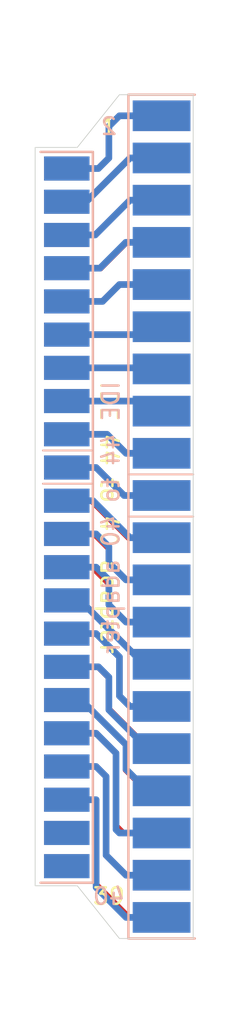
<source format=kicad_pcb>
(kicad_pcb (version 20211014) (generator pcbnew)
  (layers (0 "F.Cu" signal) (31 "B.Cu" signal) (34 "B.Paste" user) (35 "F.Paste" user) (36 "B.SilkS" user "B.Silkscreen") (37 "F.SilkS" user "F.Silkscreen") (38 "B.Mask" user) (39 "F.Mask" user) (44 "Edge.Cuts" user))
  (net 0 "")
  (net 1 "+5V")
  (net 2 "GND")
  (net 3 "/_CS1")
  (net 4 "/DA2")
  (net 5 "/PDIAG")
  (net 6 "/_IOCS16")
  (net 7 "/CSEL")
  (net 8 "/KEY")
  (net 9 "/DD15")
  (net 10 "/DD14")
  (net 11 "/DD13")
  (net 12 "/DD12")
  (net 13 "/DD11")
  (net 14 "/DD10")
  (net 15 "/DD9")
  (net 16 "/DD8")
  (net 17 "/_ACTIVE")
  (net 18 "/_CS0")
  (net 19 "/DA0")
  (net 20 "/DA1")
  (net 21 "/INTRQ")
  (net 22 "/_DMACK")
  (net 23 "/IORDY")
  (net 24 "/_DIOR")
  (net 25 "/_DIOW")
  (net 26 "/DMARQ")
  (net 27 "/DD0")
  (net 28 "/DD1")
  (net 29 "/DD2")
  (net 30 "/DD3")
  (net 31 "/DD4")
  (net 32 "/DD5")
  (net 33 "/DD6")
  (net 34 "/DD7")
  (net 35 "/_DRESET")
  (footprint "Sassa:Pin_Header_2x20_Male_EdgeMount_Pitch2.54mm" (layer "B.Cu") (at 184.15 69.85 -90)
    (fp_text reference "J2" hide)
    (fp_text value "IDE 40 output")
    (fp_line (start 49.53 -2) (end 49.53 2) (layer "B.SilkS") (width 0.15))
    (fp_line (start 49.53 2) (end -1.27 2) (layer "B.SilkS") (width 0.15))
    (fp_line (start -1.27 -2) (end -1.27 2) (layer "B.SilkS") (width 0.15))
    (pad "1" smd rect locked (at 0 0 270) (size 1.846667 3.48) (layers "F.Cu" "F.Paste" "F.Mask") (net 35 "/_DRESET"))
    (pad "2" smd rect locked (at 0 0 270) (size 1.846667 3.48) (layers "B.Cu" "B.Paste" "B.Mask") (net 2 "GND"))
    (pad "3" smd rect locked (at 2.54 0 270) (size 1.846667 3.48) (layers "F.Cu" "F.Paste" "F.Mask") (net 34 "/DD7"))
    (pad "4" smd rect locked (at 2.54 0 270) (size 1.846667 3.48) (layers "B.Cu" "B.Paste" "B.Mask") (net 16 "/DD8"))
    (pad "5" smd rect locked (at 5.08 0 270) (size 1.846667 3.48) (layers "F.Cu" "F.Paste" "F.Mask") (net 33 "/DD6"))
    (pad "6" smd rect locked (at 5.08 0 270) (size 1.846667 3.48) (layers "B.Cu" "B.Paste" "B.Mask") (net 15 "/DD9"))
    (pad "7" smd rect locked (at 7.62 0 270) (size 1.846667 3.48) (layers "F.Cu" "F.Paste" "F.Mask") (net 32 "/DD5"))
    (pad "8" smd rect locked (at 7.62 0 270) (size 1.846667 3.48) (layers "B.Cu" "B.Paste" "B.Mask") (net 14 "/DD10"))
    (pad "9" smd rect locked (at 10.16 0 270) (size 1.846667 3.48) (layers "F.Cu" "F.Paste" "F.Mask") (net 31 "/DD4"))
    (pad "10" smd rect locked (at 10.16 0 270) (size 1.846667 3.48) (layers "B.Cu" "B.Paste" "B.Mask") (net 13 "/DD11"))
    (pad "11" smd rect locked (at 12.7 0 270) (size 1.846667 3.48) (layers "F.Cu" "F.Paste" "F.Mask") (net 30 "/DD3"))
    (pad "12" smd rect locked (at 12.7 0 270) (size 1.846667 3.48) (layers "B.Cu" "B.Paste" "B.Mask") (net 12 "/DD12"))
    (pad "13" smd rect locked (at 15.24 0 270) (size 1.846667 3.48) (layers "F.Cu" "F.Paste" "F.Mask") (net 29 "/DD2"))
    (pad "14" smd rect locked (at 15.24 0 270) (size 1.846667 3.48) (layers "B.Cu" "B.Paste" "B.Mask") (net 11 "/DD13"))
    (pad "15" smd rect locked (at 17.78 0 270) (size 1.846667 3.48) (layers "F.Cu" "F.Paste" "F.Mask") (net 28 "/DD1"))
    (pad "16" smd rect locked (at 17.78 0 270) (size 1.846667 3.48) (layers "B.Cu" "B.Paste" "B.Mask") (net 10 "/DD14"))
    (pad "17" smd rect locked (at 20.32 0 270) (size 1.846667 3.48) (layers "F.Cu" "F.Paste" "F.Mask") (net 27 "/DD0"))
    (pad "18" smd rect locked (at 20.32 0 270) (size 1.846667 3.48) (layers "B.Cu" "B.Paste" "B.Mask") (net 9 "/DD15"))
    (pad "19" smd rect locked (at 22.86 0 270) (size 1.846667 3.48) (layers "F.Cu" "F.Paste" "F.Mask") (net 2 "GND"))
    (pad "20" smd rect locked (at 22.86 0 270) (size 1.846667 3.48) (layers "B.Cu" "B.Paste" "B.Mask") (net 8 "/KEY"))
    (pad "21" smd rect locked (at 25.4 0 270) (size 1.846667 3.48) (layers "F.Cu" "F.Paste" "F.Mask") (net 26 "/DMARQ"))
    (pad "22" smd rect locked (at 25.4 0 270) (size 1.846667 3.48) (layers "B.Cu" "B.Paste" "B.Mask") (net 2 "GND"))
    (pad "23" smd rect locked (at 27.94 0 270) (size 1.846667 3.48) (layers "F.Cu" "F.Paste" "F.Mask") (net 25 "/_DIOW"))
    (pad "24" smd rect locked (at 27.94 0 270) (size 1.846667 3.48) (layers "B.Cu" "B.Paste" "B.Mask") (net 2 "GND"))
    (pad "25" smd rect locked (at 30.48 0 270) (size 1.846667 3.48) (layers "F.Cu" "F.Paste" "F.Mask") (net 24 "/_DIOR"))
    (pad "26" smd rect locked (at 30.48 0 270) (size 1.846667 3.48) (layers "B.Cu" "B.Paste" "B.Mask") (net 2 "GND"))
    (pad "27" smd rect locked (at 33.02 0 270) (size 1.846667 3.48) (layers "F.Cu" "F.Paste" "F.Mask") (net 23 "/IORDY"))
    (pad "28" smd rect locked (at 33.02 0 270) (size 1.846667 3.48) (layers "B.Cu" "B.Paste" "B.Mask") (net 7 "/CSEL"))
    (pad "29" smd rect locked (at 35.56 0 270) (size 1.846667 3.48) (layers "F.Cu" "F.Paste" "F.Mask") (net 22 "/_DMACK"))
    (pad "30" smd rect locked (at 35.56 0 270) (size 1.846667 3.48) (layers "B.Cu" "B.Paste" "B.Mask") (net 2 "GND"))
    (pad "31" smd rect locked (at 38.1 0 270) (size 1.846667 3.48) (layers "F.Cu" "F.Paste" "F.Mask") (net 21 "/INTRQ"))
    (pad "32" smd rect locked (at 38.1 0 270) (size 1.846667 3.48) (layers "B.Cu" "B.Paste" "B.Mask") (net 6 "/_IOCS16"))
    (pad "33" smd rect locked (at 40.64 0 270) (size 1.846667 3.48) (layers "F.Cu" "F.Paste" "F.Mask") (net 20 "/DA1"))
    (pad "34" smd rect locked (at 40.64 0 270) (size 1.846667 3.48) (layers "B.Cu" "B.Paste" "B.Mask") (net 5 "/PDIAG"))
    (pad "35" smd rect locked (at 43.18 0 270) (size 1.846667 3.48) (layers "F.Cu" "F.Paste" "F.Mask") (net 19 "/DA0"))
    (pad "36" smd rect locked (at 43.18 0 270) (size 1.846667 3.48) (layers "B.Cu" "B.Paste" "B.Mask") (net 4 "/DA2"))
    (pad "37" smd rect locked (at 45.72 0 270) (size 1.846667 3.48) (layers "F.Cu" "F.Paste" "F.Mask") (net 18 "/_CS0"))
    (pad "38" smd rect locked (at 45.72 0 270) (size 1.846667 3.48) (layers "B.Cu" "B.Paste" "B.Mask") (net 3 "/_CS1"))
    (pad "39" smd rect locked (at 48.26 0 270) (size 1.846667 3.48) (layers "F.Cu" "F.Paste" "F.Mask") (net 17 "/_ACTIVE"))
    (pad "40" smd rect locked (at 48.26 0 270) (size 1.846667 3.48) (layers "B.Cu" "B.Paste" "B.Mask") (net 2 "GND"))
  )
  (footprint "Sassa:Pin_Header_2x22_Female_EdgeMount_Pitch2.00mm" (layer "B.Cu") (at 178.435 73.025 90)
    (fp_text reference "J1" hide)
    (fp_text value "IDE 44 input")
    (fp_line (start 1 1.575) (end -43 1.575) (layer "B.SilkS") (width 0.15))
    (fp_line (start -43 -1.575) (end -43 1.575) (layer "B.SilkS") (width 0.15))
    (fp_line (start 1 -1.575) (end 1 1.575) (layer "B.SilkS") (width 0.15))
    (pad "1" smd rect locked (at 0 0 90) (size 1.454 2.74) (layers "F.Cu" "F.Paste" "F.Mask") (net 35 "/_DRESET"))
    (pad "2" smd rect locked (at 0 0 90) (size 1.454 2.74) (layers "B.Cu" "B.Paste" "B.Mask") (net 2 "GND"))
    (pad "3" smd rect locked (at -2 0 90) (size 1.454 2.74) (layers "F.Cu" "F.Paste" "F.Mask") (net 34 "/DD7"))
    (pad "4" smd rect locked (at -2 0 90) (size 1.454 2.74) (layers "B.Cu" "B.Paste" "B.Mask") (net 16 "/DD8"))
    (pad "5" smd rect locked (at -4 0 90) (size 1.454 2.74) (layers "F.Cu" "F.Paste" "F.Mask") (net 33 "/DD6"))
    (pad "6" smd rect locked (at -4 0 90) (size 1.454 2.74) (layers "B.Cu" "B.Paste" "B.Mask") (net 15 "/DD9"))
    (pad "7" smd rect locked (at -6 0 90) (size 1.454 2.74) (layers "F.Cu" "F.Paste" "F.Mask") (net 32 "/DD5"))
    (pad "8" smd rect locked (at -6 0 90) (size 1.454 2.74) (layers "B.Cu" "B.Paste" "B.Mask") (net 14 "/DD10"))
    (pad "9" smd rect locked (at -8 0 90) (size 1.454 2.74) (layers "F.Cu" "F.Paste" "F.Mask") (net 31 "/DD4"))
    (pad "10" smd rect locked (at -8 0 90) (size 1.454 2.74) (layers "B.Cu" "B.Paste" "B.Mask") (net 13 "/DD11"))
    (pad "11" smd rect locked (at -10 0 90) (size 1.454 2.74) (layers "F.Cu" "F.Paste" "F.Mask") (net 30 "/DD3"))
    (pad "12" smd rect locked (at -10 0 90) (size 1.454 2.74) (layers "B.Cu" "B.Paste" "B.Mask") (net 12 "/DD12"))
    (pad "13" smd rect locked (at -12 0 90) (size 1.454 2.74) (layers "F.Cu" "F.Paste" "F.Mask") (net 29 "/DD2"))
    (pad "14" smd rect locked (at -12 0 90) (size 1.454 2.74) (layers "B.Cu" "B.Paste" "B.Mask") (net 11 "/DD13"))
    (pad "15" smd rect locked (at -14 0 90) (size 1.454 2.74) (layers "F.Cu" "F.Paste" "F.Mask") (net 28 "/DD1"))
    (pad "16" smd rect locked (at -14 0 90) (size 1.454 2.74) (layers "B.Cu" "B.Paste" "B.Mask") (net 10 "/DD14"))
    (pad "17" smd rect locked (at -16 0 90) (size 1.454 2.74) (layers "F.Cu" "F.Paste" "F.Mask") (net 27 "/DD0"))
    (pad "18" smd rect locked (at -16 0 90) (size 1.454 2.74) (layers "B.Cu" "B.Paste" "B.Mask") (net 9 "/DD15"))
    (pad "19" smd rect locked (at -18 0 90) (size 1.454 2.74) (layers "F.Cu" "F.Paste" "F.Mask") (net 2 "GND"))
    (pad "20" smd rect locked (at -18 0 90) (size 1.454 2.74) (layers "B.Cu" "B.Paste" "B.Mask") (net 8 "/KEY"))
    (pad "21" smd rect locked (at -20 0 90) (size 1.454 2.74) (layers "F.Cu" "F.Paste" "F.Mask") (net 26 "/DMARQ"))
    (pad "22" smd rect locked (at -20 0 90) (size 1.454 2.74) (layers "B.Cu" "B.Paste" "B.Mask") (net 2 "GND"))
    (pad "23" smd rect locked (at -22 0 90) (size 1.454 2.74) (layers "F.Cu" "F.Paste" "F.Mask") (net 25 "/_DIOW"))
    (pad "24" smd rect locked (at -22 0 90) (size 1.454 2.74) (layers "B.Cu" "B.Paste" "B.Mask") (net 2 "GND"))
    (pad "25" smd rect locked (at -24 0 90) (size 1.454 2.74) (layers "F.Cu" "F.Paste" "F.Mask") (net 24 "/_DIOR"))
    (pad "26" smd rect locked (at -24 0 90) (size 1.454 2.74) (layers "B.Cu" "B.Paste" "B.Mask") (net 2 "GND"))
    (pad "27" smd rect locked (at -26 0 90) (size 1.454 2.74) (layers "F.Cu" "F.Paste" "F.Mask") (net 23 "/IORDY"))
    (pad "28" smd rect locked (at -26 0 90) (size 1.454 2.74) (layers "B.Cu" "B.Paste" "B.Mask") (net 7 "/CSEL"))
    (pad "29" smd rect locked (at -28 0 90) (size 1.454 2.74) (layers "F.Cu" "F.Paste" "F.Mask") (net 22 "/_DMACK"))
    (pad "30" smd rect locked (at -28 0 90) (size 1.454 2.74) (layers "B.Cu" "B.Paste" "B.Mask") (net 2 "GND"))
    (pad "31" smd rect locked (at -30 0 90) (size 1.454 2.74) (layers "F.Cu" "F.Paste" "F.Mask") (net 21 "/INTRQ"))
    (pad "32" smd rect locked (at -30 0 90) (size 1.454 2.74) (layers "B.Cu" "B.Paste" "B.Mask") (net 6 "/_IOCS16"))
    (pad "33" smd rect locked (at -32 0 90) (size 1.454 2.74) (layers "F.Cu" "F.Paste" "F.Mask") (net 20 "/DA1"))
    (pad "34" smd rect locked (at -32 0 90) (size 1.454 2.74) (layers "B.Cu" "B.Paste" "B.Mask") (net 5 "/PDIAG"))
    (pad "35" smd rect locked (at -34 0 90) (size 1.454 2.74) (layers "F.Cu" "F.Paste" "F.Mask") (net 19 "/DA0"))
    (pad "36" smd rect locked (at -34 0 90) (size 1.454 2.74) (layers "B.Cu" "B.Paste" "B.Mask") (net 4 "/DA2"))
    (pad "37" smd rect locked (at -36 0 90) (size 1.454 2.74) (layers "F.Cu" "F.Paste" "F.Mask") (net 18 "/_CS0"))
    (pad "38" smd rect locked (at -36 0 90) (size 1.454 2.74) (layers "B.Cu" "B.Paste" "B.Mask") (net 3 "/_CS1"))
    (pad "39" smd rect locked (at -38 0 90) (size 1.454 2.74) (layers "F.Cu" "F.Paste" "F.Mask") (net 17 "/_ACTIVE"))
    (pad "40" smd rect locked (at -38 0 90) (size 1.454 2.74) (layers "B.Cu" "B.Paste" "B.Mask") (net 2 "GND"))
    (pad "41" smd rect locked (at -40 0 90) (size 1.454 2.74) (layers "F.Cu" "F.Paste" "F.Mask") (net 1 "+5V"))
    (pad "42" smd rect locked (at -40 0 90) (size 1.454 2.74) (layers "B.Cu" "B.Paste" "B.Mask") (net 1 "+5V"))
    (pad "43" smd rect locked (at -42 0 90) (size 1.454 2.74) (layers "F.Cu" "F.Paste" "F.Mask") (net 2 "GND"))
    (pad "44" smd rect locked (at -42 0 90) (size 1.454 2.74) (layers "B.Cu" "B.Paste" "B.Mask"))
  )
  (gr_line (start 177 92) (end 180 92) (layer "B.SilkS") (width 0.12))
  (gr_line (start 186.055 93.98) (end 182.245 93.98) (layer "B.SilkS") (width 0.12))
  (gr_line (start 186.055 91.44) (end 182.245 91.44) (layer "B.SilkS") (width 0.12))
  (gr_line (start 177 90) (end 180 90) (layer "B.SilkS") (width 0.12))
  (gr_line (start 176.53 116.205) (end 176.53 71.755) (layer "Edge.Cuts") (width 0.05))
  (gr_line (start 176.53 71.755) (end 179.07 71.755) (layer "Edge.Cuts") (width 0.05))
  (gr_line (start 186.055 68.58) (end 186.055 119.38) (layer "Edge.Cuts") (width 0.05))
  (gr_line (start 181.61 68.58) (end 186.055 68.58) (layer "Edge.Cuts") (width 0.05))
  (gr_line (start 186.055 119.38) (end 181.61 119.38) (layer "Edge.Cuts") (width 0.05))
  (gr_line (start 179.07 71.755) (end 181.61 68.58) (layer "Edge.Cuts") (width 0.05))
  (gr_line (start 179.07 116.205) (end 176.53 116.205) (layer "Edge.Cuts") (width 0.05))
  (gr_line (start 181.61 119.38) (end 179.07 116.205) (layer "Edge.Cuts") (width 0.05))
  (gr_text "IDE 44 to 40 adapter" (at 181.102 94.0435 90) (layer "B.SilkS") (effects (font (size 1 1)) (justify mirror)))
  (gr_text "40" (at 180.975 116.84) (layer "B.SilkS") (effects (font (size 1 1)) (justify mirror)))
  (gr_text "2" (at 180.975 70.485) (layer "B.SilkS") (effects (font (size 1 1)) (justify mirror)))
  (gr_text "IDE 44 to 40 adapter" (at 180.975 94.0435 270) (layer "F.SilkS") (effects (font (size 1 1))))
  (gr_text "1" (at 180.975 70.485) (layer "F.SilkS") (effects (font (size 1 1))))
  (gr_text "39" (at 180.975 116.84) (layer "F.SilkS") (effects (font (size 1 1))))
  (segment (start 181.89 92.71) (end 180.205 91.025) (width 0.4) (layer "F.Cu") (net 2))
  (segment (start 184.15 92.71) (end 181.89 92.71) (width 0.4) (layer "F.Cu") (net 2))
  (segment (start 180.205 91.025) (end 178.435 91.025) (width 0.4) (layer "F.Cu") (net 2))
  (segment (start 180.205 111.025) (end 178.435 111.025) (width 0.4) (layer "B.Cu") (net 2))
  (segment (start 180.975 70.485) (end 180.975 72.39) (width 0.4) (layer "B.Cu") (net 2))
  (segment (start 180.975 72.39) (end 180.34 73.025) (width 0.4) (layer "B.Cu") (net 2))
  (segment (start 180.34 73.025) (end 178.435 73.025) (width 0.4) (layer "B.Cu") (net 2))
  (segment (start 184.15 97.79) (end 182.01 97.79) (width 0.4) (layer "B.Cu") (net 2))
  (segment (start 184.15 69.85) (end 181.61 69.85) (width 0.4) (layer "B.Cu") (net 2))
  (segment (start 180.975 95.795) (end 180.975 95.885) (width 0.4) (layer "B.Cu") (net 2))
  (segment (start 180.975 96.755) (end 180.975 95.795) (width 0.4) (layer "B.Cu") (net 2))
  (segment (start 180.205005 116.305005) (end 180.205 111.025) (width 0.4) (layer "B.Cu") (net 2))
  (segment (start 180.205 101.025) (end 178.435 101.025) (width 0.4) (layer "B.Cu") (net 2))
  (segment (start 184.15 118.11) (end 182.01 118.11) (width 0.4) (layer "B.Cu") (net 2))
  (segment (start 180.975 97.795) (end 180.975 99.295) (width 0.4) (layer "B.Cu") (net 2))
  (segment (start 182.245 95.25) (end 184.15 95.25) (width 0.4) (layer "B.Cu") (net 2))
  (segment (start 184.15 105.41) (end 182.245 105.41) (width 0.4) (layer "B.Cu") (net 2))
  (segment (start 181.61 104.775) (end 181.61 102.43) (width 0.4) (layer "B.Cu") (net 2))
  (segment (start 180.02 93.025) (end 182.245 95.25) (width 0.4) (layer "B.Cu") (net 2))
  (segment (start 182.01 97.79) (end 180.975 96.755) (width 0.4) (layer "B.Cu") (net 2))
  (segment (start 182.245 105.41) (end 181.61 104.775) (width 0.4) (layer "B.Cu") (net 2))
  (segment (start 178.435 97.025) (end 180.205 97.025) (width 0.4) (layer "B.Cu") (net 2))
  (segment (start 178.435 93.025) (end 180.02 93.025) (width 0.4) (layer "B.Cu") (net 2))
  (segment (start 182.01 118.11) (end 180.205005 116.305005) (width 0.4) (layer "B.Cu") (net 2))
  (segment (start 178.435 95.025) (end 180.205 95.025) (width 0.4) (layer "B.Cu") (net 2))
  (segment (start 181.61 69.85) (end 180.975 70.485) (width 0.4) (layer "B.Cu") (net 2))
  (segment (start 180.975 99.295) (end 182.01 100.33) (width 0.4) (layer "B.Cu") (net 2))
  (segment (start 181.61 102.43) (end 180.205 101.025) (width 0.4) (layer "B.Cu") (net 2))
  (segment (start 180.205 95.025) (end 180.975 95.795) (width 0.4) (layer "B.Cu") (net 2))
  (segment (start 182.01 100.33) (end 184.15 100.33) (width 0.4) (layer "B.Cu") (net 2))
  (segment (start 180.205 97.025) (end 180.975 97.795) (width 0.4) (layer "B.Cu") (net 2))
  (segment (start 180.80501 109.62501) (end 180.205 109.025) (width 0.4) (layer "B.Cu") (net 3))
  (segment (start 182.01 115.57) (end 180.80501 114.36501) (width 0.4) (layer "B.Cu") (net 3))
  (segment (start 180.205 109.025) (end 178.435 109.025) (width 0.4) (layer "B.Cu") (net 3))
  (segment (start 184.15 115.57) (end 182.01 115.57) (width 0.4) (layer "B.Cu") (net 3))
  (segment (start 180.80501 114.36501) (end 180.80501 109.62501) (width 0.4) (layer "B.Cu") (net 3))
  (segment (start 181.40502 108.22502) (end 180.205 107.025) (width 0.4) (layer "B.Cu") (net 4))
  (segment (start 181.61 113.03) (end 181.40502 112.82502) (width 0.4) (layer "B.Cu") (net 4))
  (segment (start 184.15 113.03) (end 181.61 113.03) (width 0.4) (layer "B.Cu") (net 4))
  (segment (start 181.40502 112.82502) (end 181.40502 108.22502) (width 0.4) (layer "B.Cu") (net 4))
  (segment (start 180.205 107.025) (end 178.435 107.025) (width 0.4) (layer "B.Cu") (net 4))
  (segment (start 182.005029 109.188365) (end 182.005029 107.710029) (width 0.4) (layer "B.Cu") (net 5))
  (segment (start 183.306664 110.49) (end 182.005029 109.188365) (width 0.4) (layer "B.Cu") (net 5))
  (segment (start 182.005029 107.710029) (end 179.32 105.025) (width 0.4) (layer "B.Cu") (net 5))
  (segment (start 184.15 110.49) (end 183.306664 110.49) (width 0.4) (layer "B.Cu") (net 5))
  (segment (start 179.32 105.025) (end 178.435 105.025) (width 0.4) (layer "B.Cu") (net 5))
  (segment (start 180.975 105.618336) (end 180.975 103.65) (width 0.4) (layer "B.Cu") (net 6))
  (segment (start 180.35 103.025) (end 178.435 103.025) (width 0.4) (layer "B.Cu") (net 6))
  (segment (start 184.15 107.95) (end 183.306664 107.95) (width 0.4) (layer "B.Cu") (net 6))
  (segment (start 180.975 103.65) (end 180.35 103.025) (width 0.4) (layer "B.Cu") (net 6))
  (segment (start 183.306664 107.95) (end 180.975 105.618336) (width 0.4) (layer "B.Cu") (net 6))
  (segment (start 183.093332 102.87) (end 179.248332 99.025) (width 0.4) (layer "B.Cu") (net 7))
  (segment (start 184.15 102.87) (end 183.093332 102.87) (width 0.4) (layer "B.Cu") (net 7))
  (segment (start 179.248332 99.025) (end 178.435 99.025) (width 0.4) (layer "B.Cu") (net 7))
  (segment (start 181.89 92.71) (end 182.01 92.71) (width 0.4) (layer "B.Cu") (net 8))
  (segment (start 178.435 91.025) (end 180.205 91.025) (width 0.4) (layer "B.Cu") (net 8))
  (segment (start 180.205 91.025) (end 181.89 92.71) (width 0.4) (layer "B.Cu") (net 8))
  (segment (start 182.01 92.71) (end 184.15 92.71) (width 0.4) (layer "B.Cu") (net 8))
  (segment (start 180.205 89.025) (end 178.435 89.025) (width 0.4) (layer "B.Cu") (net 9))
  (segment (start 184.15 90.17) (end 182.01 90.17) (width 0.4) (layer "B.Cu") (net 9))
  (segment (start 180.865 89.025) (end 180.205 89.025) (width 0.4) (layer "B.Cu") (net 9))
  (segment (start 182.01 90.17) (end 180.865 89.025) (width 0.4) (layer "B.Cu") (net 9))
  (segment (start 183.545 87.025) (end 184.15 87.63) (width 0.4) (layer "B.Cu") (net 10))
  (segment (start 178.435 87.025) (end 183.545 87.025) (width 0.4) (layer "B.Cu") (net 10))
  (segment (start 184.085 85.025) (end 184.15 85.09) (width 0.4) (layer "B.Cu") (net 11))
  (segment (start 178.435 85.025) (end 184.085 85.025) (width 0.4) (layer "B.Cu") (net 11))
  (segment (start 178.435 83.025) (end 183.675 83.025) (width 0.4) (layer "B.Cu") (net 12))
  (segment (start 183.675 83.025) (end 184.15 82.55) (width 0.4) (layer "B.Cu") (net 12))
  (segment (start 180.205 81.025) (end 178.435 81.025) (width 0.4) (layer "B.Cu") (net 13))
  (segment (start 181.61 80.01) (end 180.595 81.025) (width 0.4) (layer "B.Cu") (net 13))
  (segment (start 180.595 81.025) (end 180.205 81.025) (width 0.4) (layer "B.Cu") (net 13))
  (segment (start 184.15 80.01) (end 181.61 80.01) (width 0.4) (layer "B.Cu") (net 13))
  (segment (start 181.991 77.47) (end 180.436 79.025) (width 0.4) (layer "B.Cu") (net 14))
  (segment (start 180.436 79.025) (end 180.205 79.025) (width 0.4) (layer "B.Cu") (net 14))
  (segment (start 184.15 77.47) (end 181.991 77.47) (width 0.4) (layer "B.Cu") (net 14))
  (segment (start 180.205 79.025) (end 178.435 79.025) (width 0.4) (layer "B.Cu") (net 14))
  (segment (start 180.15 77.025) (end 178.435 77.025) (width 0.4) (layer "B.Cu") (net 15))
  (segment (start 182.245 74.93) (end 180.15 77.025) (width 0.4) (layer "B.Cu") (net 15))
  (segment (start 184.15 74.93) (end 182.245 74.93) (width 0.4) (layer "B.Cu") (net 15))
  (segment (start 184.15 72.39) (end 182.245 72.39) (width 0.4) (layer "B.Cu") (net 16))
  (segment (start 182.245 72.39) (end 179.61 75.025) (width 0.4) (layer "B.Cu") (net 16))
  (segment (start 179.61 75.025) (end 178.435 75.025) (width 0.4) (layer "B.Cu") (net 16))
  (segment (start 184.15 118.11) (end 182.154167 118.11) (width 0.4) (layer "F.Cu") (net 17))
  (segment (start 180.205 111.025) (end 178.435 111.025) (width 0.4) (layer "F.Cu") (net 17))
  (segment (start 182.154167 118.11) (end 180.205 116.160833) (width 0.4) (layer "F.Cu") (net 17))
  (segment (start 180.205 116.160833) (end 180.205 111.025) (width 0.4) (layer "F.Cu") (net 17))
  (segment (start 180.80501 109.62501) (end 180.205 109.025) (width 0.4) (layer "F.Cu") (net 18))
  (segment (start 180.205 109.025) (end 178.435 109.025) (width 0.4) (layer "F.Cu") (net 18))
  (segment (start 184.15 115.57) (end 182.01 115.57) (width 0.4) (layer "F.Cu") (net 18))
  (segment (start 182.01 115.57) (end 180.80501 114.36501) (width 0.4) (layer "F.Cu") (net 18))
  (segment (start 180.80501 114.36501) (end 180.80501 109.62501) (width 0.4) (layer "F.Cu") (net 18))
  (segment (start 180.205 107.025) (end 178.435 107.025) (width 0.4) (layer "F.Cu") (net 19))
  (segment (start 181.81 113.03) (end 181.405019 112.625019) (width 0.4) (layer "F.Cu") (net 19))
  (segment (start 181.405019 108.225019) (end 180.205 107.025) (width 0.4) (layer "F.Cu") (net 19))
  (segment (start 184.15 113.03) (end 181.81 113.03) (width 0.4) (layer "F.Cu") (net 19))
  (segment (start 181.405019 112.625019) (end 181.405019 108.225019) (width 0.4) (layer "F.Cu") (net 19))
  (segment (start 183.275028 110.49) (end 182.005028 109.22) (width 0.4) (layer "F.Cu") (net 20))
  (segment (start 182.005028 109.22) (end 182.005028 107.710028) (width 0.4) (layer "F.Cu") (net 20))
  (segment (start 182.005028 107.710028) (end 179.32 105.025) (width 0.4) (layer "F.Cu") (net 20))
  (segment (start 179.32 105.025) (end 178.435 105.025) (width 0.4) (layer "F.Cu") (net 20))
  (segment (start 184.15 110.49) (end 183.275028 110.49) (width 0.4) (layer "F.Cu") (net 20))
  (segment (start 180.34 103.025) (end 178.435 103.025) (width 0.4) (layer "F.Cu") (net 21))
  (segment (start 180.975 103.66) (end 180.34 103.025) (width 0.4) (layer "F.Cu") (net 21))
  (segment (start 183.333334 107.95) (end 180.975 105.591666) (width 0.4) (layer "F.Cu") (net 21))
  (segment (start 180.975 105.591666) (end 180.975 103.66) (width 0.4) (layer "F.Cu") (net 21))
  (segment (start 184.15 107.95) (end 183.333334 107.95) (width 0.4) (layer "F.Cu") (net 21))
  (segment (start 180.205 101.025) (end 178.435 101.025) (width 0.4) (layer "F.Cu") (net 22))
  (segment (start 181.61 102.43) (end 180.205 101.025) (width 0.4) (layer "F.Cu") (net 22))
  (segment (start 184.15 105.41) (end 182.245 105.41) (width 0.4) (layer "F.Cu") (net 22))
  (segment (start 182.245 105.41) (end 181.61 104.775) (width 0.4) (layer "F.Cu") (net 22))
  (segment (start 181.61 104.775) (end 181.61 102.43) (width 0.4) (layer "F.Cu") (net 22))
  (segment (start 184.15 102.87) (end 183.097002 102.87) (width 0.4) (layer "F.Cu") (net 23))
  (segment (start 179.252002 99.025) (end 178.435 99.025) (width 0.4) (layer "F.Cu") (net 23))
  (segment (start 183.097002 102.87) (end 179.252002 99.025) (width 0.4) (layer "F.Cu") (net 23))
  (segment (start 182.01 100.33) (end 184.15 100.33) (width 0.4) (layer "F.Cu") (net 24))
  (segment (start 180.975 99.295) (end 182.01 100.33) (width 0.4) (layer "F.Cu") (net 24))
  (segment (start 180.001664 97.025) (end 180.975 97.998336) (width 0.4) (layer "F.Cu") (net 24))
  (segment (start 180.975 97.998336) (end 180.975 99.295) (width 0.4) (layer "F.Cu") (net 24))
  (segment (start 178.435 97.025) (end 180.001664 97.025) (width 0.4) (layer "F.Cu") (net 24))
  (segment (start 180.975 96.755) (end 182.01 97.79) (width 0.4) (layer "F.Cu") (net 25))
  (segment (start 180.115 95.025) (end 180.975 95.885) (width 0.4) (layer "F.Cu") (net 25))
  (segment (start 182.01 97.79) (end 184.15 97.79) (width 0.4) (layer "F.Cu") (net 25))
  (segment (start 180.975 95.885) (end 180.975 96.755) (width 0.4) (layer "F.Cu") (net 25))
  (segment (start 178.435 95.025) (end 180.115 95.025) (width 0.4) (layer "F.Cu") (net 25))
  (segment (start 179.953501 93.025) (end 178.435 93.025) (width 0.4) (layer "F.Cu") (net 26))
  (segment (start 184.15 95.25) (end 182.178501 95.25) (width 0.4) (layer "F.Cu") (net 26))
  (segment (start 182.178501 95.25) (end 179.953501 93.025) (width 0.4) (layer "F.Cu") (net 26))
  (segment (start 184.15 90.17) (end 182.01 90.17) (width 0.4) (layer "F.Cu") (net 27))
  (segment (start 182.01 90.17) (end 180.865 89.025) (width 0.4) (layer "F.Cu") (net 27))
  (segment (start 180.865 89.025) (end 180.205 89.025) (width 0.4) (layer "F.Cu") (net 27))
  (segment (start 180.205 89.025) (end 178.435 89.025) (width 0.4) (layer "F.Cu") (net 27))
  (segment (start 178.435 87.025) (end 183.545 87.025) (width 0.4) (layer "F.Cu") (net 28))
  (segment (start 183.545 87.025) (end 184.15 87.63) (width 0.4) (layer "F.Cu") (net 28))
  (segment (start 184.085 85.025) (end 184.15 85.09) (width 0.4) (layer "F.Cu") (net 29))
  (segment (start 178.435 85.025) (end 184.085 85.025) (width 0.4) (layer "F.Cu") (net 29))
  (segment (start 183.675 83.025) (end 184.15 82.55) (width 0.4) (layer "F.Cu") (net 30))
  (segment (start 178.435 83.025) (end 183.675 83.025) (width 0.4) (layer "F.Cu") (net 30))
  (segment (start 184.15 80.01) (end 181.61 80.01) (width 0.4) (layer "F.Cu") (net 31))
  (segment (start 180.205 81.025) (end 178.435 81.025) (width 0.4) (layer "F.Cu") (net 31))
  (segment (start 180.595 81.025) (end 180.205 81.025) (width 0.4) (layer "F.Cu") (net 31))
  (segment (start 181.61 80.01) (end 180.595 81.025) (width 0.4) (layer "F.Cu") (net 31))
  (segment (start 182.01 77.47) (end 180.455 79.025) (width 0.4) (layer "F.Cu") (net 32))
  (segment (start 184.15 77.47) (end 182.01 77.47) (width 0.4) (layer "F.Cu") (net 32))
  (segment (start 180.205 79.025) (end 178.435 79.025) (width 0.4) (layer "F.Cu") (net 32))
  (segment (start 180.455 79.025) (end 180.205 79.025) (width 0.4) (layer "F.Cu") (net 32))
  (segment (start 182.245 74.93) (end 180.15 77.025) (width 0.4) (layer "F.Cu") (net 33))
  (segment (start 180.15 77.025) (end 178.435 77.025) (width 0.4) (layer "F.Cu") (net 33))
  (segment (start 184.15 74.93) (end 182.245 74.93) (width 0.4) (layer "F.Cu") (net 33))
  (segment (start 182.245 72.39) (end 179.61 75.025) (width 0.4) (layer "F.Cu") (net 34))
  (segment (start 184.15 72.39) (end 182.245 72.39) (width 0.4) (layer "F.Cu") (net 34))
  (segment (start 179.61 75.025) (end 178.435 75.025) (width 0.4) (layer "F.Cu") (net 34))
  (segment (start 181.61 69.85) (end 180.975 70.485) (width 0.4) (layer "F.Cu") (net 35))
  (segment (start 180.34 73.025) (end 178.435 73.025) (width 0.4) (layer "F.Cu") (net 35))
  (segment (start 184.15 69.85) (end 181.61 69.85) (width 0.4) (layer "F.Cu") (net 35))
  (segment (start 180.975 72.39) (end 180.34 73.025) (width 0.4) (layer "F.Cu") (net 35))
  (segment (start 180.975 70.485) (end 180.975 72.39) (width 0.4) (layer "F.Cu") (net 35))
)
</source>
